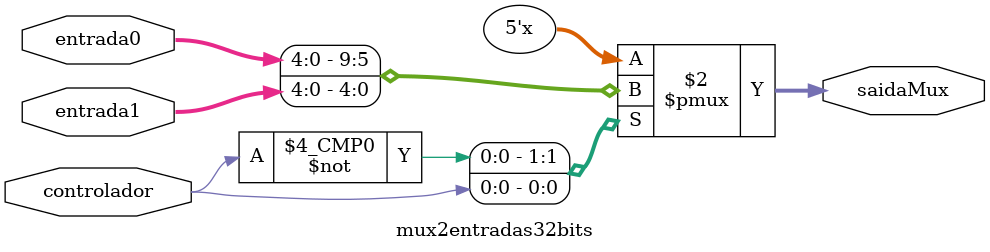
<source format=sv>
module mux2entradas32bits (input logic controlador, input logic [4:0] entrada0, entrada1, output logic [4:0] saidaMux );

always_comb begin
	case(controlador)
		1'b0: begin
			saidaMux = entrada0;
		end
		1'b1: begin
			saidaMux = entrada1;
		end
	endcase
end

endmodule: mux2entradas32bits

</source>
